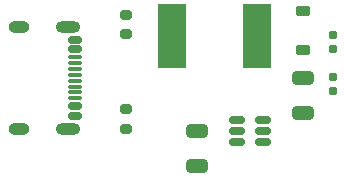
<source format=gbr>
%TF.GenerationSoftware,KiCad,Pcbnew,9.0.4*%
%TF.CreationDate,2025-10-07T01:27:38+05:30*%
%TF.ProjectId,Project5,50726f6a-6563-4743-952e-6b696361645f,rev?*%
%TF.SameCoordinates,Original*%
%TF.FileFunction,Paste,Top*%
%TF.FilePolarity,Positive*%
%FSLAX46Y46*%
G04 Gerber Fmt 4.6, Leading zero omitted, Abs format (unit mm)*
G04 Created by KiCad (PCBNEW 9.0.4) date 2025-10-07 01:27:38*
%MOMM*%
%LPD*%
G01*
G04 APERTURE LIST*
G04 Aperture macros list*
%AMRoundRect*
0 Rectangle with rounded corners*
0 $1 Rounding radius*
0 $2 $3 $4 $5 $6 $7 $8 $9 X,Y pos of 4 corners*
0 Add a 4 corners polygon primitive as box body*
4,1,4,$2,$3,$4,$5,$6,$7,$8,$9,$2,$3,0*
0 Add four circle primitives for the rounded corners*
1,1,$1+$1,$2,$3*
1,1,$1+$1,$4,$5*
1,1,$1+$1,$6,$7*
1,1,$1+$1,$8,$9*
0 Add four rect primitives between the rounded corners*
20,1,$1+$1,$2,$3,$4,$5,0*
20,1,$1+$1,$4,$5,$6,$7,0*
20,1,$1+$1,$6,$7,$8,$9,0*
20,1,$1+$1,$8,$9,$2,$3,0*%
G04 Aperture macros list end*
%ADD10RoundRect,0.160000X0.160000X-0.197500X0.160000X0.197500X-0.160000X0.197500X-0.160000X-0.197500X0*%
%ADD11RoundRect,0.200000X-0.275000X0.200000X-0.275000X-0.200000X0.275000X-0.200000X0.275000X0.200000X0*%
%ADD12RoundRect,0.250000X-0.650000X0.325000X-0.650000X-0.325000X0.650000X-0.325000X0.650000X0.325000X0*%
%ADD13RoundRect,0.150000X0.512500X0.150000X-0.512500X0.150000X-0.512500X-0.150000X0.512500X-0.150000X0*%
%ADD14R,2.413000X5.400000*%
%ADD15RoundRect,0.225000X-0.375000X0.225000X-0.375000X-0.225000X0.375000X-0.225000X0.375000X0.225000X0*%
%ADD16O,1.800000X1.000000*%
%ADD17O,2.100000X1.000000*%
%ADD18RoundRect,0.150000X-0.425000X0.150000X-0.425000X-0.150000X0.425000X-0.150000X0.425000X0.150000X0*%
%ADD19RoundRect,0.075000X-0.500000X0.075000X-0.500000X-0.075000X0.500000X-0.075000X0.500000X0.075000X0*%
G04 APERTURE END LIST*
D10*
%TO.C,R2*%
X149000000Y-89097500D03*
X149000000Y-87902500D03*
%TD*%
D11*
%TO.C,R3*%
X131500000Y-90675000D03*
X131500000Y-92325000D03*
%TD*%
D10*
%TO.C,R1*%
X149000000Y-85597500D03*
X149000000Y-84402500D03*
%TD*%
D12*
%TO.C,C1*%
X137500000Y-92525000D03*
X137500000Y-95475000D03*
%TD*%
D13*
%TO.C,U1*%
X143137500Y-93450000D03*
X143137500Y-92500000D03*
X143137500Y-91550000D03*
X140862500Y-91550000D03*
X140862500Y-92500000D03*
X140862500Y-93450000D03*
%TD*%
D11*
%TO.C,R4*%
X131500000Y-82675000D03*
X131500000Y-84325000D03*
%TD*%
D14*
%TO.C,L1*%
X135380500Y-84500000D03*
X142619500Y-84500000D03*
%TD*%
D12*
%TO.C,C2*%
X146500000Y-88025000D03*
X146500000Y-90975000D03*
%TD*%
D15*
%TO.C,D1*%
X146500000Y-82350000D03*
X146500000Y-85650000D03*
%TD*%
D16*
%TO.C,P1*%
X122425000Y-92320000D03*
D17*
X126605000Y-92320000D03*
D16*
X122425000Y-83680000D03*
D17*
X126605000Y-83680000D03*
D18*
X127180000Y-84800000D03*
X127180000Y-85600000D03*
D19*
X127180000Y-86250000D03*
X127180000Y-87250000D03*
X127180000Y-88750000D03*
X127180000Y-89750000D03*
D18*
X127180000Y-90400000D03*
X127180000Y-91200000D03*
X127180000Y-91200000D03*
X127180000Y-90400000D03*
D19*
X127180000Y-89250000D03*
X127180000Y-88250000D03*
X127180000Y-87750000D03*
X127180000Y-86750000D03*
D18*
X127180000Y-85600000D03*
X127180000Y-84800000D03*
%TD*%
M02*

</source>
